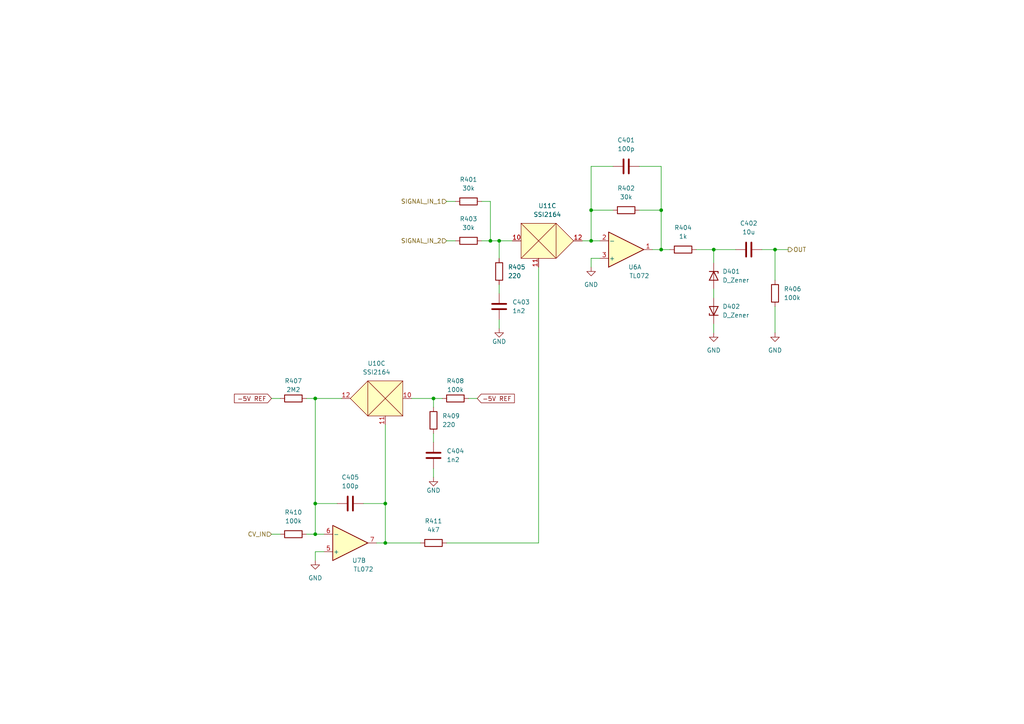
<source format=kicad_sch>
(kicad_sch (version 20211123) (generator eeschema)
  (paper "A4")
  (title_block (title "Josh Ox Ribbon Synth VCF/VCA board") (date "2022-06-16") (rev "0") (comment 1 "creativecommons.org/licenses/by/4.0/") (comment 2 "License: CC by 4.0") (comment 3 "Author: Jordan Aceto"))
  (lib_symbols
    (symbol "Amplifier_Operational:TL072" (pin_names (offset 0.127))
      (property "Reference" "U" (at 0 5.08 0))
      (property "Value" "TL072" (at 0 -5.08 0))
      (symbol "TL072_1_1"
        (polyline (pts (xy -5.08 5.08) (xy 5.08 0) (xy -5.08 -5.08) (xy -5.08 5.08)) (stroke (width 0.254)) (fill (type background)))
        (pin output line (at 7.62 0 180) (length 2.54) (name "~") (number "1"))
        (pin input line (at -7.62 -2.54 0) (length 2.54) (name "-") (number "2"))
        (pin input line (at -7.62 2.54 0) (length 2.54) (name "+") (number "3"))
      )
      (symbol "TL072_2_1"
        (polyline (pts (xy -5.08 5.08) (xy 5.08 0) (xy -5.08 -5.08) (xy -5.08 5.08)) (stroke (width 0.254)) (fill (type background)))
        (pin input line (at -7.62 2.54 0) (length 2.54) (name "+") (number "5"))
        (pin input line (at -7.62 -2.54 0) (length 2.54) (name "-") (number "6"))
        (pin output line (at 7.62 0 180) (length 2.54) (name "~") (number "7"))
      )
      (symbol "TL072_3_1"
        (pin power_in line (at -2.54 -7.62 90) (length 3.81) (name "V-") (number "4"))
        (pin power_in line (at -2.54 7.62 270) (length 3.81) (name "V+") (number "8"))
      )
    )
    (symbol "Device:C" (pin_numbers hide) (pin_names (offset 0.254))
      (property "Reference" "C" (at 0.635 2.54 0))
      (property "Value" "C" (at 0.635 -2.54 0))
      (symbol "C_0_1"
        (polyline (pts (xy -2.032 -0.762) (xy 2.032 -0.762)) (stroke (width 0.508)))
        (polyline (pts (xy -2.032 0.762) (xy 2.032 0.762)) (stroke (width 0.508)))
      )
      (symbol "C_1_1"
        (pin passive line (at 0 3.81 270) (length 2.794) (name "~") (number "1"))
        (pin passive line (at 0 -3.81 90) (length 2.794) (name "~") (number "2"))
      )
    )
    (symbol "Device:D_Zener" (pin_numbers hide) (pin_names (offset 1.016) hide)
      (property "Reference" "D" (at 0 2.54 0))
      (property "Value" "D_Zener" (at 0 -2.54 0))
      (symbol "D_Zener_0_1"
        (polyline (pts (xy 1.27 0) (xy -1.27 0)))
        (polyline (pts (xy -1.27 -1.27) (xy -1.27 1.27) (xy -0.762 1.27)) (stroke (width 0.254)))
        (polyline (pts (xy 1.27 -1.27) (xy 1.27 1.27) (xy -1.27 0) (xy 1.27 -1.27)) (stroke (width 0.254)))
      )
      (symbol "D_Zener_1_1"
        (pin passive line (at -3.81 0 0) (length 2.54) (name "K") (number "1"))
        (pin passive line (at 3.81 0 180) (length 2.54) (name "A") (number "2"))
      )
    )
    (symbol "Device:R" (pin_numbers hide) (pin_names (offset 0))
      (property "Reference" "R" (at 2.032 0 90))
      (property "Value" "R" (at 0 0 90))
      (symbol "R_0_1"
        (rectangle (start -1.016 -2.54) (end 1.016 2.54) (stroke (width 0.254)))
      )
      (symbol "R_1_1"
        (pin passive line (at 0 3.81 270) (length 1.27) (name "~") (number "1"))
        (pin passive line (at 0 -3.81 90) (length 1.27) (name "~") (number "2"))
      )
    )
    (symbol "custom_symbols:SSI2164" (pin_names (offset 1.016))
      (property "Reference" "U?" (at 0 10.16 0))
      (property "Value" "SSI2164" (at 0 7.62 0))
      (symbol "SSI2164_1_1"
        (rectangle (start -5.08 5.08) (end 5.08 -5.08) (fill (type background)))
        (polyline (pts (xy 5.08 5.08) (xy -5.08 -5.08)))
        (polyline (pts (xy 5.08 5.08) (xy 10.16 0) (xy 5.08 -5.08) (xy -5.08 5.08)) (fill (type background)))
        (pin input line (at -7.62 0 0) (length 2.54) (name "~") (number "2"))
        (pin input line (at 0 -7.62 90) (length 2.54) (name "~") (number "3"))
        (pin output line (at 12.7 0 180) (length 2.54) (name "~") (number "4"))
      )
      (symbol "SSI2164_2_1"
        (rectangle (start -5.08 5.08) (end 5.08 -5.08) (fill (type background)))
        (polyline (pts (xy 5.08 5.08) (xy -5.08 -5.08)))
        (polyline (pts (xy 5.08 5.08) (xy 10.16 0) (xy 5.08 -5.08) (xy -5.08 5.08)) (fill (type background)))
        (pin output line (at 12.7 0 180) (length 2.54) (name "~") (number "5"))
        (pin input line (at 0 -7.62 90) (length 2.54) (name "~") (number "6"))
        (pin input line (at -7.62 0 0) (length 2.54) (name "~") (number "7"))
      )
      (symbol "SSI2164_3_1"
        (rectangle (start -5.08 5.08) (end 5.08 -5.08) (fill (type background)))
        (polyline (pts (xy 5.08 5.08) (xy -5.08 -5.08)))
        (polyline (pts (xy 5.08 5.08) (xy 10.16 0) (xy 5.08 -5.08) (xy -5.08 5.08)) (fill (type background)))
        (pin input line (at -7.62 0 0) (length 2.54) (name "~") (number "10"))
        (pin input line (at 0 -7.62 90) (length 2.54) (name "~") (number "11"))
        (pin output line (at 12.7 0 180) (length 2.54) (name "~") (number "12"))
      )
      (symbol "SSI2164_4_1"
        (rectangle (start -5.08 5.08) (end 5.08 -5.08) (fill (type background)))
        (polyline (pts (xy 5.08 5.08) (xy -5.08 -5.08)))
        (polyline (pts (xy 5.08 5.08) (xy 10.16 0) (xy 5.08 -5.08) (xy -5.08 5.08)) (fill (type background)))
        (pin output line (at 12.7 0 180) (length 2.54) (name "~") (number "13"))
        (pin input line (at 0 -7.62 90) (length 2.54) (name "~") (number "14"))
        (pin input line (at -7.62 0 0) (length 2.54) (name "~") (number "15"))
      )
      (symbol "SSI2164_5_1"
        (pin input line (at 2.54 -10.16 180) (length 2.54) (name "mode") (number "1"))
        (pin power_in line (at 2.54 5.08 180) (length 2.54) (name "V+") (number "16"))
        (pin power_in line (at 2.54 0 180) (length 2.54) (name "gnd") (number "8"))
        (pin power_in line (at 2.54 -5.08 180) (length 2.54) (name "V-") (number "9"))
      )
    )
    (symbol "power:GND" (power) (pin_names (offset 0))
      (property "Value" "GND" (at 0 -3.81 0))
      (symbol "GND_0_1"
        (polyline (pts (xy 0 0) (xy 0 -1.27) (xy 1.27 -1.27) (xy 0 -2.54) (xy -1.27 -1.27) (xy 0 -1.27)))
      )
      (symbol "GND_1_1"
        (pin power_in line (at 0 0 270) (length 0) hide (name "GND") (number "1"))
      )
    )
  )
  (junction (at 171.45 69.85))
  (junction (at 111.76 146.05))
  (junction (at 207.01 72.39))
  (junction (at 191.77 72.39))
  (junction (at 144.78 69.85))
  (junction (at 91.44 146.05))
  (junction (at 171.45 60.96))
  (junction (at 125.73 115.57))
  (junction (at 91.44 154.94))
  (junction (at 224.79 72.39))
  (junction (at 111.76 157.48))
  (junction (at 142.24 69.85))
  (junction (at 91.44 115.57))
  (junction (at 191.77 60.96))
  (wire (pts (xy 91.44 146.05) (xy 91.44 115.57)))
  (wire (pts (xy 173.99 69.85) (xy 171.45 69.85)))
  (wire (pts (xy 171.45 69.85) (xy 171.45 60.96)))
  (wire (pts (xy 191.77 72.39) (xy 191.77 60.96)))
  (wire (pts (xy 91.44 162.56) (xy 91.44 160.02)))
  (wire (pts (xy 125.73 115.57) (xy 119.38 115.57)))
  (wire (pts (xy 91.44 160.02) (xy 93.98 160.02)))
  (wire (pts (xy 91.44 115.57) (xy 99.06 115.57)))
  (wire (pts (xy 91.44 154.94) (xy 91.44 146.05)))
  (wire (pts (xy 144.78 69.85) (xy 148.59 69.85)))
  (wire (pts (xy 207.01 72.39) (xy 213.36 72.39)))
  (wire (pts (xy 138.43 115.57) (xy 135.89 115.57)))
  (wire (pts (xy 125.73 135.89) (xy 125.73 138.43)))
  (wire (pts (xy 201.93 72.39) (xy 207.01 72.39)))
  (wire (pts (xy 156.21 77.47) (xy 156.21 157.48)))
  (wire (pts (xy 139.7 69.85) (xy 142.24 69.85)))
  (wire (pts (xy 171.45 77.47) (xy 171.45 74.93)))
  (wire (pts (xy 88.9 115.57) (xy 91.44 115.57)))
  (wire (pts (xy 224.79 72.39) (xy 228.6 72.39)))
  (wire (pts (xy 144.78 69.85) (xy 144.78 74.93)))
  (wire (pts (xy 144.78 92.71) (xy 144.78 95.25)))
  (wire (pts (xy 144.78 82.55) (xy 144.78 85.09)))
  (wire (pts (xy 156.21 157.48) (xy 129.54 157.48)))
  (wire (pts (xy 111.76 157.48) (xy 111.76 146.05)))
  (wire (pts (xy 91.44 146.05) (xy 97.79 146.05)))
  (wire (pts (xy 111.76 146.05) (xy 105.41 146.05)))
  (wire (pts (xy 171.45 48.26) (xy 171.45 60.96)))
  (wire (pts (xy 191.77 72.39) (xy 194.31 72.39)))
  (wire (pts (xy 139.7 58.42) (xy 142.24 58.42)))
  (wire (pts (xy 125.73 115.57) (xy 128.27 115.57)))
  (wire (pts (xy 177.8 48.26) (xy 171.45 48.26)))
  (wire (pts (xy 93.98 154.94) (xy 91.44 154.94)))
  (wire (pts (xy 224.79 72.39) (xy 224.79 81.28)))
  (wire (pts (xy 142.24 58.42) (xy 142.24 69.85)))
  (wire (pts (xy 224.79 88.9) (xy 224.79 96.52)))
  (wire (pts (xy 78.74 154.94) (xy 81.28 154.94)))
  (wire (pts (xy 78.74 115.57) (xy 81.28 115.57)))
  (wire (pts (xy 185.42 48.26) (xy 191.77 48.26)))
  (wire (pts (xy 111.76 123.19) (xy 111.76 146.05)))
  (wire (pts (xy 125.73 125.73) (xy 125.73 128.27)))
  (wire (pts (xy 125.73 118.11) (xy 125.73 115.57)))
  (wire (pts (xy 88.9 154.94) (xy 91.44 154.94)))
  (wire (pts (xy 220.98 72.39) (xy 224.79 72.39)))
  (wire (pts (xy 111.76 157.48) (xy 121.92 157.48)))
  (wire (pts (xy 207.01 93.98) (xy 207.01 96.52)))
  (wire (pts (xy 142.24 69.85) (xy 144.78 69.85)))
  (wire (pts (xy 191.77 48.26) (xy 191.77 60.96)))
  (wire (pts (xy 129.54 69.85) (xy 132.08 69.85)))
  (wire (pts (xy 171.45 74.93) (xy 173.99 74.93)))
  (wire (pts (xy 109.22 157.48) (xy 111.76 157.48)))
  (wire (pts (xy 171.45 60.96) (xy 177.8 60.96)))
  (wire (pts (xy 191.77 60.96) (xy 185.42 60.96)))
  (wire (pts (xy 189.23 72.39) (xy 191.77 72.39)))
  (wire (pts (xy 207.01 72.39) (xy 207.01 76.2)))
  (wire (pts (xy 168.91 69.85) (xy 171.45 69.85)))
  (wire (pts (xy 129.54 58.42) (xy 132.08 58.42)))
  (wire (pts (xy 207.01 83.82) (xy 207.01 86.36)))
  (global_label "-5V REF" (shape input) (at 138.43 115.57 0) (property "Intersheet References" "${INTERSHEET_REFS}" (effects hide)))
  (global_label "-5V REF" (shape input) (at 78.74 115.57 180) (property "Intersheet References" "${INTERSHEET_REFS}" (effects hide)))
  (hierarchical_label "SIGNAL_IN_1" (shape input) (at 129.54 58.42 180))
  (hierarchical_label "CV_IN" (shape input) (at 78.74 154.94 180))
  (hierarchical_label "OUT" (shape output) (at 228.6 72.39 0))
  (hierarchical_label "SIGNAL_IN_2" (shape input) (at 129.54 69.85 180))
  (symbol (lib_id "Device:R") (at 135.89 69.85 90) (unit 1)
    (property "Reference" "R403" (at 135.89 63.5 90))
    (property "Value" "30k" (at 135.89 66.04 90))
    (property "Footprint" "Resistor_SMD:R_0805_2012Metric" (effects hide))
  )
  (symbol (lib_id "Amplifier_Operational:TL072") (at 181.61 72.39 0) (mirror x) (unit 1)
    (property "Reference" "U6" (at 184.15 77.47 0))
    (property "Value" "TL072" (at 185.42 80.01 0))
    (property "Footprint" "Package_SO:SO-8_5.3x6.2mm_P1.27mm" (effects hide))
    (property "Datasheet" "http://www.ti.com/lit/ds/symlink/tl071.pdf" (effects hide))
  )
  (symbol (lib_id "Device:C") (at 125.73 132.08 0) (mirror y) (unit 1)
    (property "Reference" "C404" (at 129.54 130.8099 0) (effects (justify right)))
    (property "Value" "1n2" (at 129.54 133.3499 0) (effects (justify right)))
    (property "Footprint" "Capacitor_SMD:C_0805_2012Metric" (effects hide))
  )
  (symbol (lib_id "Device:R") (at 85.09 115.57 90) (unit 1)
    (property "Reference" "R407" (at 85.09 110.49 90))
    (property "Value" "2M2" (at 85.09 113.03 90))
    (property "Footprint" "Resistor_SMD:R_0805_2012Metric" (effects hide))
  )
  (symbol (lib_id "power:GND") (at 224.79 96.52 0) (unit 1)
    (property "Reference" "#PWR0604" (effects hide))
    (property "Value" "GND" (at 224.79 101.6 0))
  )
  (symbol (lib_id "Device:C") (at 181.61 48.26 90) (unit 1)
    (property "Reference" "C401" (at 181.61 40.64 90))
    (property "Value" "100p" (at 181.61 43.18 90))
    (property "Footprint" "Capacitor_SMD:C_0805_2012Metric" (effects hide))
  )
  (symbol (lib_id "custom_symbols:SSI2164") (at 111.76 115.57 0) (mirror y) (unit 3)
    (property "Reference" "U10" (at 109.22 105.41 0))
    (property "Value" "SSI2164" (at 109.22 107.95 0))
    (property "Footprint" "Package_SO:SOIC-16_3.9x9.9mm_P1.27mm" (effects hide))
    (property "Datasheet" "https://www.soundsemiconductor.com/downloads/ssi2164datasheet.pdf" (effects hide))
  )
  (symbol (lib_id "Device:C") (at 101.6 146.05 90) (unit 1)
    (property "Reference" "C405" (at 101.6 138.43 90))
    (property "Value" "100p" (at 101.6 140.97 90))
    (property "Footprint" "Capacitor_SMD:C_0805_2012Metric" (effects hide))
  )
  (symbol (lib_id "Device:R") (at 144.78 78.74 0) (mirror y) (unit 1)
    (property "Reference" "R405" (at 147.32 77.4699 0) (effects (justify right)))
    (property "Value" "220" (at 147.32 80.0099 0) (effects (justify right)))
    (property "Footprint" "Resistor_SMD:R_0805_2012Metric" (effects hide))
  )
  (symbol (lib_id "power:GND") (at 207.01 96.52 0) (unit 1)
    (property "Reference" "#PWR0603" (effects hide))
    (property "Value" "GND" (at 207.01 101.6 0))
  )
  (symbol (lib_id "Device:R") (at 181.61 60.96 90) (unit 1)
    (property "Reference" "R402" (at 181.61 54.61 90))
    (property "Value" "30k" (at 181.61 57.15 90))
    (property "Footprint" "Resistor_SMD:R_0805_2012Metric" (effects hide))
  )
  (symbol (lib_id "Device:R") (at 125.73 121.92 0) (mirror y) (unit 1)
    (property "Reference" "R409" (at 128.27 120.6499 0) (effects (justify right)))
    (property "Value" "220" (at 128.27 123.1899 0) (effects (justify right)))
    (property "Footprint" "Resistor_SMD:R_0805_2012Metric" (effects hide))
  )
  (symbol (lib_id "power:GND") (at 171.45 77.47 0) (unit 1)
    (property "Reference" "#PWR0601" (effects hide))
    (property "Value" "GND" (at 171.45 82.55 0))
  )
  (symbol (lib_id "Device:R") (at 125.73 157.48 90) (unit 1)
    (property "Reference" "R411" (at 125.73 151.13 90))
    (property "Value" "4k7" (at 125.73 153.67 90))
    (property "Footprint" "Resistor_SMD:R_0805_2012Metric" (effects hide))
  )
  (symbol (lib_id "Device:R") (at 198.12 72.39 90) (unit 1)
    (property "Reference" "R404" (at 198.12 66.04 90))
    (property "Value" "1k" (at 198.12 68.58 90))
    (property "Footprint" "Resistor_SMD:R_0805_2012Metric" (effects hide))
  )
  (symbol (lib_id "power:GND") (at 144.78 95.25 0) (mirror y) (unit 1)
    (property "Reference" "#PWR0602" (effects hide))
    (property "Value" "~" (at 144.78 99.06 0))
  )
  (symbol (lib_id "Device:R") (at 224.79 85.09 0) (unit 1)
    (property "Reference" "R406" (at 227.33 83.8199 0) (effects (justify left)))
    (property "Value" "100k" (at 227.33 86.3599 0) (effects (justify left)))
    (property "Footprint" "Resistor_SMD:R_0805_2012Metric" (effects hide))
  )
  (symbol (lib_id "Device:R") (at 132.08 115.57 270) (mirror x) (unit 1)
    (property "Reference" "R408" (at 132.08 110.49 90))
    (property "Value" "100k" (at 132.08 113.03 90))
    (property "Footprint" "Resistor_SMD:R_0805_2012Metric" (effects hide))
  )
  (symbol (lib_id "Device:R") (at 85.09 154.94 90) (unit 1)
    (property "Reference" "R410" (at 85.09 148.59 90))
    (property "Value" "100k" (at 85.09 151.13 90))
    (property "Footprint" "Resistor_SMD:R_0805_2012Metric" (effects hide))
  )
  (symbol (lib_id "power:GND") (at 125.73 138.43 0) (mirror y) (unit 1)
    (property "Reference" "#PWR0605" (effects hide))
    (property "Value" "~" (at 125.73 142.24 0))
  )
  (symbol (lib_id "Device:C") (at 217.17 72.39 90) (unit 1)
    (property "Reference" "C402" (at 217.17 64.77 90))
    (property "Value" "10u" (at 217.17 67.31 90))
    (property "Footprint" "Capacitor_THT:C_Radial_D6.3mm_H5.0mm_P2.50mm" (effects hide))
  )
  (symbol (lib_id "Device:R") (at 135.89 58.42 90) (unit 1)
    (property "Reference" "R401" (at 135.89 52.07 90))
    (property "Value" "30k" (at 135.89 54.61 90))
    (property "Footprint" "Resistor_SMD:R_0805_2012Metric" (effects hide))
  )
  (symbol (lib_id "custom_symbols:SSI2164") (at 156.21 69.85 0) (unit 3)
    (property "Reference" "U11" (at 158.75 59.69 0))
    (property "Value" "SSI2164" (at 158.75 62.23 0))
    (property "Footprint" "Package_SO:SOIC-16_3.9x9.9mm_P1.27mm" (effects hide))
    (property "Datasheet" "https://www.soundsemiconductor.com/downloads/ssi2164datasheet.pdf" (effects hide))
  )
  (symbol (lib_id "Amplifier_Operational:TL072") (at 101.6 157.48 0) (mirror x) (unit 2)
    (property "Reference" "U7" (at 104.14 162.56 0))
    (property "Value" "TL072" (at 105.41 165.1 0))
    (property "Footprint" "Package_SO:SO-8_5.3x6.2mm_P1.27mm" (effects hide))
    (property "Datasheet" "http://www.ti.com/lit/ds/symlink/tl071.pdf" (effects hide))
  )
  (symbol (lib_id "Device:C") (at 144.78 88.9 0) (mirror y) (unit 1)
    (property "Reference" "C403" (at 148.59 87.6299 0) (effects (justify right)))
    (property "Value" "1n2" (at 148.59 90.1699 0) (effects (justify right)))
    (property "Footprint" "Capacitor_SMD:C_0805_2012Metric" (effects hide))
  )
  (symbol (lib_id "Device:D_Zener") (at 207.01 90.17 90) (unit 1)
    (property "Reference" "D402" (at 209.55 88.8999 90) (effects (justify right)))
    (property "Value" "D_Zener" (at 209.55 91.4399 90) (effects (justify right)))
    (property "Footprint" "Diode_SMD:D_SOD-123" (effects hide))
  )
  (symbol (lib_id "Device:D_Zener") (at 207.01 80.01 270) (unit 1)
    (property "Reference" "D401" (at 209.55 78.7399 90) (effects (justify left)))
    (property "Value" "D_Zener" (at 209.55 81.2799 90) (effects (justify left)))
    (property "Footprint" "Diode_SMD:D_SOD-123" (effects hide))
  )
  (symbol (lib_id "power:GND") (at 91.44 162.56 0) (unit 1)
    (property "Reference" "#PWR0606" (effects hide))
    (property "Value" "GND" (at 91.44 167.64 0))
  )
)
</source>
